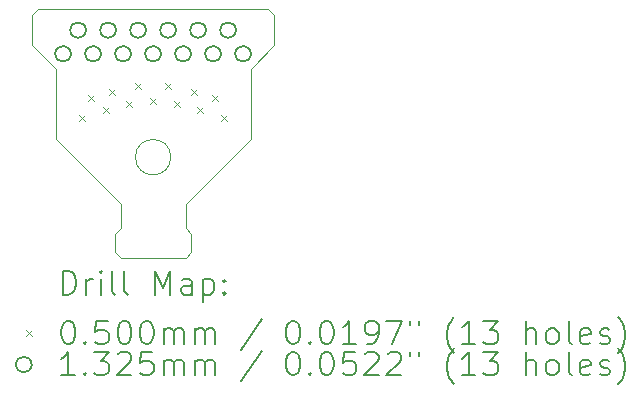
<source format=gbr>
%TF.GenerationSoftware,KiCad,Pcbnew,8.0.6*%
%TF.CreationDate,2025-07-11T16:26:12-05:00*%
%TF.ProjectId,PortFrontV1,506f7274-4672-46f6-9e74-56312e6b6963,rev?*%
%TF.SameCoordinates,Original*%
%TF.FileFunction,Drillmap*%
%TF.FilePolarity,Positive*%
%FSLAX45Y45*%
G04 Gerber Fmt 4.5, Leading zero omitted, Abs format (unit mm)*
G04 Created by KiCad (PCBNEW 8.0.6) date 2025-07-11 16:26:12*
%MOMM*%
%LPD*%
G01*
G04 APERTURE LIST*
%ADD10C,0.050000*%
%ADD11C,0.200000*%
%ADD12C,0.100000*%
%ADD13C,0.132500*%
G04 APERTURE END LIST*
D10*
X7725000Y-6250000D02*
G75*
G02*
X7425000Y-6250000I-150000J0D01*
G01*
X7425000Y-6250000D02*
G75*
G02*
X7725000Y-6250000I150000J0D01*
G01*
X8550000Y-5000000D02*
X6600000Y-5000000D01*
X7900000Y-7050000D02*
X7850000Y-7100000D01*
X8400000Y-6100000D02*
X7850000Y-6650000D01*
X7300000Y-6650000D02*
X7300000Y-6850000D01*
X6750000Y-6100000D02*
X7300000Y-6650000D01*
X7850000Y-6850000D02*
X7900000Y-6900000D01*
X7900000Y-6900000D02*
X7900000Y-7050000D01*
X6550000Y-5050000D02*
X6550000Y-5300000D01*
X7850000Y-6650000D02*
X7850000Y-6850000D01*
X8400000Y-5500000D02*
X8400000Y-6100000D01*
X7300000Y-7100000D02*
X7850000Y-7100000D01*
X6550000Y-5300000D02*
X6750000Y-5500000D01*
X7250000Y-7050000D02*
X7300000Y-7100000D01*
X8600000Y-5300000D02*
X8400000Y-5500000D01*
X8600000Y-5050000D02*
X8600000Y-5300000D01*
X8550000Y-5000000D02*
X8600000Y-5050000D01*
X6600000Y-5000000D02*
X6550000Y-5050000D01*
X6750000Y-5500000D02*
X6750000Y-6100000D01*
X7250000Y-6900000D02*
X7250000Y-7050000D01*
X7300000Y-6850000D02*
X7250000Y-6900000D01*
D11*
D12*
X6948664Y-5897440D02*
X6998664Y-5947440D01*
X6998664Y-5897440D02*
X6948664Y-5947440D01*
X7024453Y-5723593D02*
X7074453Y-5773593D01*
X7074453Y-5723593D02*
X7024453Y-5773593D01*
X7150000Y-5825000D02*
X7200000Y-5875000D01*
X7200000Y-5825000D02*
X7150000Y-5875000D01*
X7200000Y-5675000D02*
X7250000Y-5725000D01*
X7250000Y-5675000D02*
X7200000Y-5725000D01*
X7350000Y-5775000D02*
X7400000Y-5825000D01*
X7400000Y-5775000D02*
X7350000Y-5825000D01*
X7425000Y-5625000D02*
X7475000Y-5675000D01*
X7475000Y-5625000D02*
X7425000Y-5675000D01*
X7550000Y-5750000D02*
X7600000Y-5800000D01*
X7600000Y-5750000D02*
X7550000Y-5800000D01*
X7675000Y-5625000D02*
X7725000Y-5675000D01*
X7725000Y-5625000D02*
X7675000Y-5675000D01*
X7750000Y-5775000D02*
X7800000Y-5825000D01*
X7800000Y-5775000D02*
X7750000Y-5825000D01*
X7900000Y-5675000D02*
X7950000Y-5725000D01*
X7950000Y-5675000D02*
X7900000Y-5725000D01*
X7950000Y-5825000D02*
X8000000Y-5875000D01*
X8000000Y-5825000D02*
X7950000Y-5875000D01*
X8075547Y-5723593D02*
X8125547Y-5773593D01*
X8125547Y-5723593D02*
X8075547Y-5773593D01*
X8151336Y-5897440D02*
X8201336Y-5947440D01*
X8201336Y-5897440D02*
X8151336Y-5947440D01*
D13*
X6879250Y-5375000D02*
G75*
G02*
X6746750Y-5375000I-66250J0D01*
G01*
X6746750Y-5375000D02*
G75*
G02*
X6879250Y-5375000I66250J0D01*
G01*
X7006250Y-5175000D02*
G75*
G02*
X6873750Y-5175000I-66250J0D01*
G01*
X6873750Y-5175000D02*
G75*
G02*
X7006250Y-5175000I66250J0D01*
G01*
X7133250Y-5375000D02*
G75*
G02*
X7000750Y-5375000I-66250J0D01*
G01*
X7000750Y-5375000D02*
G75*
G02*
X7133250Y-5375000I66250J0D01*
G01*
X7260250Y-5175000D02*
G75*
G02*
X7127750Y-5175000I-66250J0D01*
G01*
X7127750Y-5175000D02*
G75*
G02*
X7260250Y-5175000I66250J0D01*
G01*
X7387250Y-5375000D02*
G75*
G02*
X7254750Y-5375000I-66250J0D01*
G01*
X7254750Y-5375000D02*
G75*
G02*
X7387250Y-5375000I66250J0D01*
G01*
X7514250Y-5175000D02*
G75*
G02*
X7381750Y-5175000I-66250J0D01*
G01*
X7381750Y-5175000D02*
G75*
G02*
X7514250Y-5175000I66250J0D01*
G01*
X7641250Y-5375000D02*
G75*
G02*
X7508750Y-5375000I-66250J0D01*
G01*
X7508750Y-5375000D02*
G75*
G02*
X7641250Y-5375000I66250J0D01*
G01*
X7768250Y-5175000D02*
G75*
G02*
X7635750Y-5175000I-66250J0D01*
G01*
X7635750Y-5175000D02*
G75*
G02*
X7768250Y-5175000I66250J0D01*
G01*
X7895250Y-5375000D02*
G75*
G02*
X7762750Y-5375000I-66250J0D01*
G01*
X7762750Y-5375000D02*
G75*
G02*
X7895250Y-5375000I66250J0D01*
G01*
X8022250Y-5175000D02*
G75*
G02*
X7889750Y-5175000I-66250J0D01*
G01*
X7889750Y-5175000D02*
G75*
G02*
X8022250Y-5175000I66250J0D01*
G01*
X8149250Y-5375000D02*
G75*
G02*
X8016750Y-5375000I-66250J0D01*
G01*
X8016750Y-5375000D02*
G75*
G02*
X8149250Y-5375000I66250J0D01*
G01*
X8276250Y-5175000D02*
G75*
G02*
X8143750Y-5175000I-66250J0D01*
G01*
X8143750Y-5175000D02*
G75*
G02*
X8276250Y-5175000I66250J0D01*
G01*
X8403250Y-5375000D02*
G75*
G02*
X8270750Y-5375000I-66250J0D01*
G01*
X8270750Y-5375000D02*
G75*
G02*
X8403250Y-5375000I66250J0D01*
G01*
D11*
X6808277Y-7413984D02*
X6808277Y-7213984D01*
X6808277Y-7213984D02*
X6855896Y-7213984D01*
X6855896Y-7213984D02*
X6884467Y-7223508D01*
X6884467Y-7223508D02*
X6903515Y-7242555D01*
X6903515Y-7242555D02*
X6913039Y-7261603D01*
X6913039Y-7261603D02*
X6922562Y-7299698D01*
X6922562Y-7299698D02*
X6922562Y-7328269D01*
X6922562Y-7328269D02*
X6913039Y-7366365D01*
X6913039Y-7366365D02*
X6903515Y-7385412D01*
X6903515Y-7385412D02*
X6884467Y-7404460D01*
X6884467Y-7404460D02*
X6855896Y-7413984D01*
X6855896Y-7413984D02*
X6808277Y-7413984D01*
X7008277Y-7413984D02*
X7008277Y-7280650D01*
X7008277Y-7318746D02*
X7017801Y-7299698D01*
X7017801Y-7299698D02*
X7027324Y-7290174D01*
X7027324Y-7290174D02*
X7046372Y-7280650D01*
X7046372Y-7280650D02*
X7065420Y-7280650D01*
X7132086Y-7413984D02*
X7132086Y-7280650D01*
X7132086Y-7213984D02*
X7122562Y-7223508D01*
X7122562Y-7223508D02*
X7132086Y-7233031D01*
X7132086Y-7233031D02*
X7141610Y-7223508D01*
X7141610Y-7223508D02*
X7132086Y-7213984D01*
X7132086Y-7213984D02*
X7132086Y-7233031D01*
X7255896Y-7413984D02*
X7236848Y-7404460D01*
X7236848Y-7404460D02*
X7227324Y-7385412D01*
X7227324Y-7385412D02*
X7227324Y-7213984D01*
X7360658Y-7413984D02*
X7341610Y-7404460D01*
X7341610Y-7404460D02*
X7332086Y-7385412D01*
X7332086Y-7385412D02*
X7332086Y-7213984D01*
X7589229Y-7413984D02*
X7589229Y-7213984D01*
X7589229Y-7213984D02*
X7655896Y-7356841D01*
X7655896Y-7356841D02*
X7722562Y-7213984D01*
X7722562Y-7213984D02*
X7722562Y-7413984D01*
X7903515Y-7413984D02*
X7903515Y-7309222D01*
X7903515Y-7309222D02*
X7893991Y-7290174D01*
X7893991Y-7290174D02*
X7874943Y-7280650D01*
X7874943Y-7280650D02*
X7836848Y-7280650D01*
X7836848Y-7280650D02*
X7817801Y-7290174D01*
X7903515Y-7404460D02*
X7884467Y-7413984D01*
X7884467Y-7413984D02*
X7836848Y-7413984D01*
X7836848Y-7413984D02*
X7817801Y-7404460D01*
X7817801Y-7404460D02*
X7808277Y-7385412D01*
X7808277Y-7385412D02*
X7808277Y-7366365D01*
X7808277Y-7366365D02*
X7817801Y-7347317D01*
X7817801Y-7347317D02*
X7836848Y-7337793D01*
X7836848Y-7337793D02*
X7884467Y-7337793D01*
X7884467Y-7337793D02*
X7903515Y-7328269D01*
X7998753Y-7280650D02*
X7998753Y-7480650D01*
X7998753Y-7290174D02*
X8017801Y-7280650D01*
X8017801Y-7280650D02*
X8055896Y-7280650D01*
X8055896Y-7280650D02*
X8074943Y-7290174D01*
X8074943Y-7290174D02*
X8084467Y-7299698D01*
X8084467Y-7299698D02*
X8093991Y-7318746D01*
X8093991Y-7318746D02*
X8093991Y-7375888D01*
X8093991Y-7375888D02*
X8084467Y-7394936D01*
X8084467Y-7394936D02*
X8074943Y-7404460D01*
X8074943Y-7404460D02*
X8055896Y-7413984D01*
X8055896Y-7413984D02*
X8017801Y-7413984D01*
X8017801Y-7413984D02*
X7998753Y-7404460D01*
X8179705Y-7394936D02*
X8189229Y-7404460D01*
X8189229Y-7404460D02*
X8179705Y-7413984D01*
X8179705Y-7413984D02*
X8170182Y-7404460D01*
X8170182Y-7404460D02*
X8179705Y-7394936D01*
X8179705Y-7394936D02*
X8179705Y-7413984D01*
X8179705Y-7290174D02*
X8189229Y-7299698D01*
X8189229Y-7299698D02*
X8179705Y-7309222D01*
X8179705Y-7309222D02*
X8170182Y-7299698D01*
X8170182Y-7299698D02*
X8179705Y-7290174D01*
X8179705Y-7290174D02*
X8179705Y-7309222D01*
D12*
X6497500Y-7717500D02*
X6547500Y-7767500D01*
X6547500Y-7717500D02*
X6497500Y-7767500D01*
D11*
X6846372Y-7633984D02*
X6865420Y-7633984D01*
X6865420Y-7633984D02*
X6884467Y-7643508D01*
X6884467Y-7643508D02*
X6893991Y-7653031D01*
X6893991Y-7653031D02*
X6903515Y-7672079D01*
X6903515Y-7672079D02*
X6913039Y-7710174D01*
X6913039Y-7710174D02*
X6913039Y-7757793D01*
X6913039Y-7757793D02*
X6903515Y-7795888D01*
X6903515Y-7795888D02*
X6893991Y-7814936D01*
X6893991Y-7814936D02*
X6884467Y-7824460D01*
X6884467Y-7824460D02*
X6865420Y-7833984D01*
X6865420Y-7833984D02*
X6846372Y-7833984D01*
X6846372Y-7833984D02*
X6827324Y-7824460D01*
X6827324Y-7824460D02*
X6817801Y-7814936D01*
X6817801Y-7814936D02*
X6808277Y-7795888D01*
X6808277Y-7795888D02*
X6798753Y-7757793D01*
X6798753Y-7757793D02*
X6798753Y-7710174D01*
X6798753Y-7710174D02*
X6808277Y-7672079D01*
X6808277Y-7672079D02*
X6817801Y-7653031D01*
X6817801Y-7653031D02*
X6827324Y-7643508D01*
X6827324Y-7643508D02*
X6846372Y-7633984D01*
X6998753Y-7814936D02*
X7008277Y-7824460D01*
X7008277Y-7824460D02*
X6998753Y-7833984D01*
X6998753Y-7833984D02*
X6989229Y-7824460D01*
X6989229Y-7824460D02*
X6998753Y-7814936D01*
X6998753Y-7814936D02*
X6998753Y-7833984D01*
X7189229Y-7633984D02*
X7093991Y-7633984D01*
X7093991Y-7633984D02*
X7084467Y-7729222D01*
X7084467Y-7729222D02*
X7093991Y-7719698D01*
X7093991Y-7719698D02*
X7113039Y-7710174D01*
X7113039Y-7710174D02*
X7160658Y-7710174D01*
X7160658Y-7710174D02*
X7179705Y-7719698D01*
X7179705Y-7719698D02*
X7189229Y-7729222D01*
X7189229Y-7729222D02*
X7198753Y-7748269D01*
X7198753Y-7748269D02*
X7198753Y-7795888D01*
X7198753Y-7795888D02*
X7189229Y-7814936D01*
X7189229Y-7814936D02*
X7179705Y-7824460D01*
X7179705Y-7824460D02*
X7160658Y-7833984D01*
X7160658Y-7833984D02*
X7113039Y-7833984D01*
X7113039Y-7833984D02*
X7093991Y-7824460D01*
X7093991Y-7824460D02*
X7084467Y-7814936D01*
X7322562Y-7633984D02*
X7341610Y-7633984D01*
X7341610Y-7633984D02*
X7360658Y-7643508D01*
X7360658Y-7643508D02*
X7370182Y-7653031D01*
X7370182Y-7653031D02*
X7379705Y-7672079D01*
X7379705Y-7672079D02*
X7389229Y-7710174D01*
X7389229Y-7710174D02*
X7389229Y-7757793D01*
X7389229Y-7757793D02*
X7379705Y-7795888D01*
X7379705Y-7795888D02*
X7370182Y-7814936D01*
X7370182Y-7814936D02*
X7360658Y-7824460D01*
X7360658Y-7824460D02*
X7341610Y-7833984D01*
X7341610Y-7833984D02*
X7322562Y-7833984D01*
X7322562Y-7833984D02*
X7303515Y-7824460D01*
X7303515Y-7824460D02*
X7293991Y-7814936D01*
X7293991Y-7814936D02*
X7284467Y-7795888D01*
X7284467Y-7795888D02*
X7274943Y-7757793D01*
X7274943Y-7757793D02*
X7274943Y-7710174D01*
X7274943Y-7710174D02*
X7284467Y-7672079D01*
X7284467Y-7672079D02*
X7293991Y-7653031D01*
X7293991Y-7653031D02*
X7303515Y-7643508D01*
X7303515Y-7643508D02*
X7322562Y-7633984D01*
X7513039Y-7633984D02*
X7532086Y-7633984D01*
X7532086Y-7633984D02*
X7551134Y-7643508D01*
X7551134Y-7643508D02*
X7560658Y-7653031D01*
X7560658Y-7653031D02*
X7570182Y-7672079D01*
X7570182Y-7672079D02*
X7579705Y-7710174D01*
X7579705Y-7710174D02*
X7579705Y-7757793D01*
X7579705Y-7757793D02*
X7570182Y-7795888D01*
X7570182Y-7795888D02*
X7560658Y-7814936D01*
X7560658Y-7814936D02*
X7551134Y-7824460D01*
X7551134Y-7824460D02*
X7532086Y-7833984D01*
X7532086Y-7833984D02*
X7513039Y-7833984D01*
X7513039Y-7833984D02*
X7493991Y-7824460D01*
X7493991Y-7824460D02*
X7484467Y-7814936D01*
X7484467Y-7814936D02*
X7474943Y-7795888D01*
X7474943Y-7795888D02*
X7465420Y-7757793D01*
X7465420Y-7757793D02*
X7465420Y-7710174D01*
X7465420Y-7710174D02*
X7474943Y-7672079D01*
X7474943Y-7672079D02*
X7484467Y-7653031D01*
X7484467Y-7653031D02*
X7493991Y-7643508D01*
X7493991Y-7643508D02*
X7513039Y-7633984D01*
X7665420Y-7833984D02*
X7665420Y-7700650D01*
X7665420Y-7719698D02*
X7674943Y-7710174D01*
X7674943Y-7710174D02*
X7693991Y-7700650D01*
X7693991Y-7700650D02*
X7722563Y-7700650D01*
X7722563Y-7700650D02*
X7741610Y-7710174D01*
X7741610Y-7710174D02*
X7751134Y-7729222D01*
X7751134Y-7729222D02*
X7751134Y-7833984D01*
X7751134Y-7729222D02*
X7760658Y-7710174D01*
X7760658Y-7710174D02*
X7779705Y-7700650D01*
X7779705Y-7700650D02*
X7808277Y-7700650D01*
X7808277Y-7700650D02*
X7827324Y-7710174D01*
X7827324Y-7710174D02*
X7836848Y-7729222D01*
X7836848Y-7729222D02*
X7836848Y-7833984D01*
X7932086Y-7833984D02*
X7932086Y-7700650D01*
X7932086Y-7719698D02*
X7941610Y-7710174D01*
X7941610Y-7710174D02*
X7960658Y-7700650D01*
X7960658Y-7700650D02*
X7989229Y-7700650D01*
X7989229Y-7700650D02*
X8008277Y-7710174D01*
X8008277Y-7710174D02*
X8017801Y-7729222D01*
X8017801Y-7729222D02*
X8017801Y-7833984D01*
X8017801Y-7729222D02*
X8027324Y-7710174D01*
X8027324Y-7710174D02*
X8046372Y-7700650D01*
X8046372Y-7700650D02*
X8074943Y-7700650D01*
X8074943Y-7700650D02*
X8093991Y-7710174D01*
X8093991Y-7710174D02*
X8103515Y-7729222D01*
X8103515Y-7729222D02*
X8103515Y-7833984D01*
X8493991Y-7624460D02*
X8322563Y-7881603D01*
X8751134Y-7633984D02*
X8770182Y-7633984D01*
X8770182Y-7633984D02*
X8789229Y-7643508D01*
X8789229Y-7643508D02*
X8798753Y-7653031D01*
X8798753Y-7653031D02*
X8808277Y-7672079D01*
X8808277Y-7672079D02*
X8817801Y-7710174D01*
X8817801Y-7710174D02*
X8817801Y-7757793D01*
X8817801Y-7757793D02*
X8808277Y-7795888D01*
X8808277Y-7795888D02*
X8798753Y-7814936D01*
X8798753Y-7814936D02*
X8789229Y-7824460D01*
X8789229Y-7824460D02*
X8770182Y-7833984D01*
X8770182Y-7833984D02*
X8751134Y-7833984D01*
X8751134Y-7833984D02*
X8732087Y-7824460D01*
X8732087Y-7824460D02*
X8722563Y-7814936D01*
X8722563Y-7814936D02*
X8713039Y-7795888D01*
X8713039Y-7795888D02*
X8703515Y-7757793D01*
X8703515Y-7757793D02*
X8703515Y-7710174D01*
X8703515Y-7710174D02*
X8713039Y-7672079D01*
X8713039Y-7672079D02*
X8722563Y-7653031D01*
X8722563Y-7653031D02*
X8732087Y-7643508D01*
X8732087Y-7643508D02*
X8751134Y-7633984D01*
X8903515Y-7814936D02*
X8913039Y-7824460D01*
X8913039Y-7824460D02*
X8903515Y-7833984D01*
X8903515Y-7833984D02*
X8893991Y-7824460D01*
X8893991Y-7824460D02*
X8903515Y-7814936D01*
X8903515Y-7814936D02*
X8903515Y-7833984D01*
X9036848Y-7633984D02*
X9055896Y-7633984D01*
X9055896Y-7633984D02*
X9074944Y-7643508D01*
X9074944Y-7643508D02*
X9084468Y-7653031D01*
X9084468Y-7653031D02*
X9093991Y-7672079D01*
X9093991Y-7672079D02*
X9103515Y-7710174D01*
X9103515Y-7710174D02*
X9103515Y-7757793D01*
X9103515Y-7757793D02*
X9093991Y-7795888D01*
X9093991Y-7795888D02*
X9084468Y-7814936D01*
X9084468Y-7814936D02*
X9074944Y-7824460D01*
X9074944Y-7824460D02*
X9055896Y-7833984D01*
X9055896Y-7833984D02*
X9036848Y-7833984D01*
X9036848Y-7833984D02*
X9017801Y-7824460D01*
X9017801Y-7824460D02*
X9008277Y-7814936D01*
X9008277Y-7814936D02*
X8998753Y-7795888D01*
X8998753Y-7795888D02*
X8989229Y-7757793D01*
X8989229Y-7757793D02*
X8989229Y-7710174D01*
X8989229Y-7710174D02*
X8998753Y-7672079D01*
X8998753Y-7672079D02*
X9008277Y-7653031D01*
X9008277Y-7653031D02*
X9017801Y-7643508D01*
X9017801Y-7643508D02*
X9036848Y-7633984D01*
X9293991Y-7833984D02*
X9179706Y-7833984D01*
X9236848Y-7833984D02*
X9236848Y-7633984D01*
X9236848Y-7633984D02*
X9217801Y-7662555D01*
X9217801Y-7662555D02*
X9198753Y-7681603D01*
X9198753Y-7681603D02*
X9179706Y-7691127D01*
X9389229Y-7833984D02*
X9427325Y-7833984D01*
X9427325Y-7833984D02*
X9446372Y-7824460D01*
X9446372Y-7824460D02*
X9455896Y-7814936D01*
X9455896Y-7814936D02*
X9474944Y-7786365D01*
X9474944Y-7786365D02*
X9484468Y-7748269D01*
X9484468Y-7748269D02*
X9484468Y-7672079D01*
X9484468Y-7672079D02*
X9474944Y-7653031D01*
X9474944Y-7653031D02*
X9465420Y-7643508D01*
X9465420Y-7643508D02*
X9446372Y-7633984D01*
X9446372Y-7633984D02*
X9408277Y-7633984D01*
X9408277Y-7633984D02*
X9389229Y-7643508D01*
X9389229Y-7643508D02*
X9379706Y-7653031D01*
X9379706Y-7653031D02*
X9370182Y-7672079D01*
X9370182Y-7672079D02*
X9370182Y-7719698D01*
X9370182Y-7719698D02*
X9379706Y-7738746D01*
X9379706Y-7738746D02*
X9389229Y-7748269D01*
X9389229Y-7748269D02*
X9408277Y-7757793D01*
X9408277Y-7757793D02*
X9446372Y-7757793D01*
X9446372Y-7757793D02*
X9465420Y-7748269D01*
X9465420Y-7748269D02*
X9474944Y-7738746D01*
X9474944Y-7738746D02*
X9484468Y-7719698D01*
X9551134Y-7633984D02*
X9684468Y-7633984D01*
X9684468Y-7633984D02*
X9598753Y-7833984D01*
X9751134Y-7633984D02*
X9751134Y-7672079D01*
X9827325Y-7633984D02*
X9827325Y-7672079D01*
X10122563Y-7910174D02*
X10113039Y-7900650D01*
X10113039Y-7900650D02*
X10093991Y-7872079D01*
X10093991Y-7872079D02*
X10084468Y-7853031D01*
X10084468Y-7853031D02*
X10074944Y-7824460D01*
X10074944Y-7824460D02*
X10065420Y-7776841D01*
X10065420Y-7776841D02*
X10065420Y-7738746D01*
X10065420Y-7738746D02*
X10074944Y-7691127D01*
X10074944Y-7691127D02*
X10084468Y-7662555D01*
X10084468Y-7662555D02*
X10093991Y-7643508D01*
X10093991Y-7643508D02*
X10113039Y-7614936D01*
X10113039Y-7614936D02*
X10122563Y-7605412D01*
X10303515Y-7833984D02*
X10189230Y-7833984D01*
X10246372Y-7833984D02*
X10246372Y-7633984D01*
X10246372Y-7633984D02*
X10227325Y-7662555D01*
X10227325Y-7662555D02*
X10208277Y-7681603D01*
X10208277Y-7681603D02*
X10189230Y-7691127D01*
X10370182Y-7633984D02*
X10493991Y-7633984D01*
X10493991Y-7633984D02*
X10427325Y-7710174D01*
X10427325Y-7710174D02*
X10455896Y-7710174D01*
X10455896Y-7710174D02*
X10474944Y-7719698D01*
X10474944Y-7719698D02*
X10484468Y-7729222D01*
X10484468Y-7729222D02*
X10493991Y-7748269D01*
X10493991Y-7748269D02*
X10493991Y-7795888D01*
X10493991Y-7795888D02*
X10484468Y-7814936D01*
X10484468Y-7814936D02*
X10474944Y-7824460D01*
X10474944Y-7824460D02*
X10455896Y-7833984D01*
X10455896Y-7833984D02*
X10398753Y-7833984D01*
X10398753Y-7833984D02*
X10379706Y-7824460D01*
X10379706Y-7824460D02*
X10370182Y-7814936D01*
X10732087Y-7833984D02*
X10732087Y-7633984D01*
X10817801Y-7833984D02*
X10817801Y-7729222D01*
X10817801Y-7729222D02*
X10808277Y-7710174D01*
X10808277Y-7710174D02*
X10789230Y-7700650D01*
X10789230Y-7700650D02*
X10760658Y-7700650D01*
X10760658Y-7700650D02*
X10741611Y-7710174D01*
X10741611Y-7710174D02*
X10732087Y-7719698D01*
X10941611Y-7833984D02*
X10922563Y-7824460D01*
X10922563Y-7824460D02*
X10913039Y-7814936D01*
X10913039Y-7814936D02*
X10903515Y-7795888D01*
X10903515Y-7795888D02*
X10903515Y-7738746D01*
X10903515Y-7738746D02*
X10913039Y-7719698D01*
X10913039Y-7719698D02*
X10922563Y-7710174D01*
X10922563Y-7710174D02*
X10941611Y-7700650D01*
X10941611Y-7700650D02*
X10970182Y-7700650D01*
X10970182Y-7700650D02*
X10989230Y-7710174D01*
X10989230Y-7710174D02*
X10998753Y-7719698D01*
X10998753Y-7719698D02*
X11008277Y-7738746D01*
X11008277Y-7738746D02*
X11008277Y-7795888D01*
X11008277Y-7795888D02*
X10998753Y-7814936D01*
X10998753Y-7814936D02*
X10989230Y-7824460D01*
X10989230Y-7824460D02*
X10970182Y-7833984D01*
X10970182Y-7833984D02*
X10941611Y-7833984D01*
X11122563Y-7833984D02*
X11103515Y-7824460D01*
X11103515Y-7824460D02*
X11093992Y-7805412D01*
X11093992Y-7805412D02*
X11093992Y-7633984D01*
X11274944Y-7824460D02*
X11255896Y-7833984D01*
X11255896Y-7833984D02*
X11217801Y-7833984D01*
X11217801Y-7833984D02*
X11198753Y-7824460D01*
X11198753Y-7824460D02*
X11189230Y-7805412D01*
X11189230Y-7805412D02*
X11189230Y-7729222D01*
X11189230Y-7729222D02*
X11198753Y-7710174D01*
X11198753Y-7710174D02*
X11217801Y-7700650D01*
X11217801Y-7700650D02*
X11255896Y-7700650D01*
X11255896Y-7700650D02*
X11274944Y-7710174D01*
X11274944Y-7710174D02*
X11284468Y-7729222D01*
X11284468Y-7729222D02*
X11284468Y-7748269D01*
X11284468Y-7748269D02*
X11189230Y-7767317D01*
X11360658Y-7824460D02*
X11379706Y-7833984D01*
X11379706Y-7833984D02*
X11417801Y-7833984D01*
X11417801Y-7833984D02*
X11436849Y-7824460D01*
X11436849Y-7824460D02*
X11446372Y-7805412D01*
X11446372Y-7805412D02*
X11446372Y-7795888D01*
X11446372Y-7795888D02*
X11436849Y-7776841D01*
X11436849Y-7776841D02*
X11417801Y-7767317D01*
X11417801Y-7767317D02*
X11389230Y-7767317D01*
X11389230Y-7767317D02*
X11370182Y-7757793D01*
X11370182Y-7757793D02*
X11360658Y-7738746D01*
X11360658Y-7738746D02*
X11360658Y-7729222D01*
X11360658Y-7729222D02*
X11370182Y-7710174D01*
X11370182Y-7710174D02*
X11389230Y-7700650D01*
X11389230Y-7700650D02*
X11417801Y-7700650D01*
X11417801Y-7700650D02*
X11436849Y-7710174D01*
X11513039Y-7910174D02*
X11522563Y-7900650D01*
X11522563Y-7900650D02*
X11541611Y-7872079D01*
X11541611Y-7872079D02*
X11551134Y-7853031D01*
X11551134Y-7853031D02*
X11560658Y-7824460D01*
X11560658Y-7824460D02*
X11570182Y-7776841D01*
X11570182Y-7776841D02*
X11570182Y-7738746D01*
X11570182Y-7738746D02*
X11560658Y-7691127D01*
X11560658Y-7691127D02*
X11551134Y-7662555D01*
X11551134Y-7662555D02*
X11541611Y-7643508D01*
X11541611Y-7643508D02*
X11522563Y-7614936D01*
X11522563Y-7614936D02*
X11513039Y-7605412D01*
D13*
X6547500Y-8006500D02*
G75*
G02*
X6415000Y-8006500I-66250J0D01*
G01*
X6415000Y-8006500D02*
G75*
G02*
X6547500Y-8006500I66250J0D01*
G01*
D11*
X6913039Y-8097984D02*
X6798753Y-8097984D01*
X6855896Y-8097984D02*
X6855896Y-7897984D01*
X6855896Y-7897984D02*
X6836848Y-7926555D01*
X6836848Y-7926555D02*
X6817801Y-7945603D01*
X6817801Y-7945603D02*
X6798753Y-7955127D01*
X6998753Y-8078936D02*
X7008277Y-8088460D01*
X7008277Y-8088460D02*
X6998753Y-8097984D01*
X6998753Y-8097984D02*
X6989229Y-8088460D01*
X6989229Y-8088460D02*
X6998753Y-8078936D01*
X6998753Y-8078936D02*
X6998753Y-8097984D01*
X7074943Y-7897984D02*
X7198753Y-7897984D01*
X7198753Y-7897984D02*
X7132086Y-7974174D01*
X7132086Y-7974174D02*
X7160658Y-7974174D01*
X7160658Y-7974174D02*
X7179705Y-7983698D01*
X7179705Y-7983698D02*
X7189229Y-7993222D01*
X7189229Y-7993222D02*
X7198753Y-8012269D01*
X7198753Y-8012269D02*
X7198753Y-8059888D01*
X7198753Y-8059888D02*
X7189229Y-8078936D01*
X7189229Y-8078936D02*
X7179705Y-8088460D01*
X7179705Y-8088460D02*
X7160658Y-8097984D01*
X7160658Y-8097984D02*
X7103515Y-8097984D01*
X7103515Y-8097984D02*
X7084467Y-8088460D01*
X7084467Y-8088460D02*
X7074943Y-8078936D01*
X7274943Y-7917031D02*
X7284467Y-7907508D01*
X7284467Y-7907508D02*
X7303515Y-7897984D01*
X7303515Y-7897984D02*
X7351134Y-7897984D01*
X7351134Y-7897984D02*
X7370182Y-7907508D01*
X7370182Y-7907508D02*
X7379705Y-7917031D01*
X7379705Y-7917031D02*
X7389229Y-7936079D01*
X7389229Y-7936079D02*
X7389229Y-7955127D01*
X7389229Y-7955127D02*
X7379705Y-7983698D01*
X7379705Y-7983698D02*
X7265420Y-8097984D01*
X7265420Y-8097984D02*
X7389229Y-8097984D01*
X7570182Y-7897984D02*
X7474943Y-7897984D01*
X7474943Y-7897984D02*
X7465420Y-7993222D01*
X7465420Y-7993222D02*
X7474943Y-7983698D01*
X7474943Y-7983698D02*
X7493991Y-7974174D01*
X7493991Y-7974174D02*
X7541610Y-7974174D01*
X7541610Y-7974174D02*
X7560658Y-7983698D01*
X7560658Y-7983698D02*
X7570182Y-7993222D01*
X7570182Y-7993222D02*
X7579705Y-8012269D01*
X7579705Y-8012269D02*
X7579705Y-8059888D01*
X7579705Y-8059888D02*
X7570182Y-8078936D01*
X7570182Y-8078936D02*
X7560658Y-8088460D01*
X7560658Y-8088460D02*
X7541610Y-8097984D01*
X7541610Y-8097984D02*
X7493991Y-8097984D01*
X7493991Y-8097984D02*
X7474943Y-8088460D01*
X7474943Y-8088460D02*
X7465420Y-8078936D01*
X7665420Y-8097984D02*
X7665420Y-7964650D01*
X7665420Y-7983698D02*
X7674943Y-7974174D01*
X7674943Y-7974174D02*
X7693991Y-7964650D01*
X7693991Y-7964650D02*
X7722563Y-7964650D01*
X7722563Y-7964650D02*
X7741610Y-7974174D01*
X7741610Y-7974174D02*
X7751134Y-7993222D01*
X7751134Y-7993222D02*
X7751134Y-8097984D01*
X7751134Y-7993222D02*
X7760658Y-7974174D01*
X7760658Y-7974174D02*
X7779705Y-7964650D01*
X7779705Y-7964650D02*
X7808277Y-7964650D01*
X7808277Y-7964650D02*
X7827324Y-7974174D01*
X7827324Y-7974174D02*
X7836848Y-7993222D01*
X7836848Y-7993222D02*
X7836848Y-8097984D01*
X7932086Y-8097984D02*
X7932086Y-7964650D01*
X7932086Y-7983698D02*
X7941610Y-7974174D01*
X7941610Y-7974174D02*
X7960658Y-7964650D01*
X7960658Y-7964650D02*
X7989229Y-7964650D01*
X7989229Y-7964650D02*
X8008277Y-7974174D01*
X8008277Y-7974174D02*
X8017801Y-7993222D01*
X8017801Y-7993222D02*
X8017801Y-8097984D01*
X8017801Y-7993222D02*
X8027324Y-7974174D01*
X8027324Y-7974174D02*
X8046372Y-7964650D01*
X8046372Y-7964650D02*
X8074943Y-7964650D01*
X8074943Y-7964650D02*
X8093991Y-7974174D01*
X8093991Y-7974174D02*
X8103515Y-7993222D01*
X8103515Y-7993222D02*
X8103515Y-8097984D01*
X8493991Y-7888460D02*
X8322563Y-8145603D01*
X8751134Y-7897984D02*
X8770182Y-7897984D01*
X8770182Y-7897984D02*
X8789229Y-7907508D01*
X8789229Y-7907508D02*
X8798753Y-7917031D01*
X8798753Y-7917031D02*
X8808277Y-7936079D01*
X8808277Y-7936079D02*
X8817801Y-7974174D01*
X8817801Y-7974174D02*
X8817801Y-8021793D01*
X8817801Y-8021793D02*
X8808277Y-8059888D01*
X8808277Y-8059888D02*
X8798753Y-8078936D01*
X8798753Y-8078936D02*
X8789229Y-8088460D01*
X8789229Y-8088460D02*
X8770182Y-8097984D01*
X8770182Y-8097984D02*
X8751134Y-8097984D01*
X8751134Y-8097984D02*
X8732087Y-8088460D01*
X8732087Y-8088460D02*
X8722563Y-8078936D01*
X8722563Y-8078936D02*
X8713039Y-8059888D01*
X8713039Y-8059888D02*
X8703515Y-8021793D01*
X8703515Y-8021793D02*
X8703515Y-7974174D01*
X8703515Y-7974174D02*
X8713039Y-7936079D01*
X8713039Y-7936079D02*
X8722563Y-7917031D01*
X8722563Y-7917031D02*
X8732087Y-7907508D01*
X8732087Y-7907508D02*
X8751134Y-7897984D01*
X8903515Y-8078936D02*
X8913039Y-8088460D01*
X8913039Y-8088460D02*
X8903515Y-8097984D01*
X8903515Y-8097984D02*
X8893991Y-8088460D01*
X8893991Y-8088460D02*
X8903515Y-8078936D01*
X8903515Y-8078936D02*
X8903515Y-8097984D01*
X9036848Y-7897984D02*
X9055896Y-7897984D01*
X9055896Y-7897984D02*
X9074944Y-7907508D01*
X9074944Y-7907508D02*
X9084468Y-7917031D01*
X9084468Y-7917031D02*
X9093991Y-7936079D01*
X9093991Y-7936079D02*
X9103515Y-7974174D01*
X9103515Y-7974174D02*
X9103515Y-8021793D01*
X9103515Y-8021793D02*
X9093991Y-8059888D01*
X9093991Y-8059888D02*
X9084468Y-8078936D01*
X9084468Y-8078936D02*
X9074944Y-8088460D01*
X9074944Y-8088460D02*
X9055896Y-8097984D01*
X9055896Y-8097984D02*
X9036848Y-8097984D01*
X9036848Y-8097984D02*
X9017801Y-8088460D01*
X9017801Y-8088460D02*
X9008277Y-8078936D01*
X9008277Y-8078936D02*
X8998753Y-8059888D01*
X8998753Y-8059888D02*
X8989229Y-8021793D01*
X8989229Y-8021793D02*
X8989229Y-7974174D01*
X8989229Y-7974174D02*
X8998753Y-7936079D01*
X8998753Y-7936079D02*
X9008277Y-7917031D01*
X9008277Y-7917031D02*
X9017801Y-7907508D01*
X9017801Y-7907508D02*
X9036848Y-7897984D01*
X9284468Y-7897984D02*
X9189229Y-7897984D01*
X9189229Y-7897984D02*
X9179706Y-7993222D01*
X9179706Y-7993222D02*
X9189229Y-7983698D01*
X9189229Y-7983698D02*
X9208277Y-7974174D01*
X9208277Y-7974174D02*
X9255896Y-7974174D01*
X9255896Y-7974174D02*
X9274944Y-7983698D01*
X9274944Y-7983698D02*
X9284468Y-7993222D01*
X9284468Y-7993222D02*
X9293991Y-8012269D01*
X9293991Y-8012269D02*
X9293991Y-8059888D01*
X9293991Y-8059888D02*
X9284468Y-8078936D01*
X9284468Y-8078936D02*
X9274944Y-8088460D01*
X9274944Y-8088460D02*
X9255896Y-8097984D01*
X9255896Y-8097984D02*
X9208277Y-8097984D01*
X9208277Y-8097984D02*
X9189229Y-8088460D01*
X9189229Y-8088460D02*
X9179706Y-8078936D01*
X9370182Y-7917031D02*
X9379706Y-7907508D01*
X9379706Y-7907508D02*
X9398753Y-7897984D01*
X9398753Y-7897984D02*
X9446372Y-7897984D01*
X9446372Y-7897984D02*
X9465420Y-7907508D01*
X9465420Y-7907508D02*
X9474944Y-7917031D01*
X9474944Y-7917031D02*
X9484468Y-7936079D01*
X9484468Y-7936079D02*
X9484468Y-7955127D01*
X9484468Y-7955127D02*
X9474944Y-7983698D01*
X9474944Y-7983698D02*
X9360658Y-8097984D01*
X9360658Y-8097984D02*
X9484468Y-8097984D01*
X9560658Y-7917031D02*
X9570182Y-7907508D01*
X9570182Y-7907508D02*
X9589229Y-7897984D01*
X9589229Y-7897984D02*
X9636849Y-7897984D01*
X9636849Y-7897984D02*
X9655896Y-7907508D01*
X9655896Y-7907508D02*
X9665420Y-7917031D01*
X9665420Y-7917031D02*
X9674944Y-7936079D01*
X9674944Y-7936079D02*
X9674944Y-7955127D01*
X9674944Y-7955127D02*
X9665420Y-7983698D01*
X9665420Y-7983698D02*
X9551134Y-8097984D01*
X9551134Y-8097984D02*
X9674944Y-8097984D01*
X9751134Y-7897984D02*
X9751134Y-7936079D01*
X9827325Y-7897984D02*
X9827325Y-7936079D01*
X10122563Y-8174174D02*
X10113039Y-8164650D01*
X10113039Y-8164650D02*
X10093991Y-8136079D01*
X10093991Y-8136079D02*
X10084468Y-8117031D01*
X10084468Y-8117031D02*
X10074944Y-8088460D01*
X10074944Y-8088460D02*
X10065420Y-8040841D01*
X10065420Y-8040841D02*
X10065420Y-8002746D01*
X10065420Y-8002746D02*
X10074944Y-7955127D01*
X10074944Y-7955127D02*
X10084468Y-7926555D01*
X10084468Y-7926555D02*
X10093991Y-7907508D01*
X10093991Y-7907508D02*
X10113039Y-7878936D01*
X10113039Y-7878936D02*
X10122563Y-7869412D01*
X10303515Y-8097984D02*
X10189230Y-8097984D01*
X10246372Y-8097984D02*
X10246372Y-7897984D01*
X10246372Y-7897984D02*
X10227325Y-7926555D01*
X10227325Y-7926555D02*
X10208277Y-7945603D01*
X10208277Y-7945603D02*
X10189230Y-7955127D01*
X10370182Y-7897984D02*
X10493991Y-7897984D01*
X10493991Y-7897984D02*
X10427325Y-7974174D01*
X10427325Y-7974174D02*
X10455896Y-7974174D01*
X10455896Y-7974174D02*
X10474944Y-7983698D01*
X10474944Y-7983698D02*
X10484468Y-7993222D01*
X10484468Y-7993222D02*
X10493991Y-8012269D01*
X10493991Y-8012269D02*
X10493991Y-8059888D01*
X10493991Y-8059888D02*
X10484468Y-8078936D01*
X10484468Y-8078936D02*
X10474944Y-8088460D01*
X10474944Y-8088460D02*
X10455896Y-8097984D01*
X10455896Y-8097984D02*
X10398753Y-8097984D01*
X10398753Y-8097984D02*
X10379706Y-8088460D01*
X10379706Y-8088460D02*
X10370182Y-8078936D01*
X10732087Y-8097984D02*
X10732087Y-7897984D01*
X10817801Y-8097984D02*
X10817801Y-7993222D01*
X10817801Y-7993222D02*
X10808277Y-7974174D01*
X10808277Y-7974174D02*
X10789230Y-7964650D01*
X10789230Y-7964650D02*
X10760658Y-7964650D01*
X10760658Y-7964650D02*
X10741611Y-7974174D01*
X10741611Y-7974174D02*
X10732087Y-7983698D01*
X10941611Y-8097984D02*
X10922563Y-8088460D01*
X10922563Y-8088460D02*
X10913039Y-8078936D01*
X10913039Y-8078936D02*
X10903515Y-8059888D01*
X10903515Y-8059888D02*
X10903515Y-8002746D01*
X10903515Y-8002746D02*
X10913039Y-7983698D01*
X10913039Y-7983698D02*
X10922563Y-7974174D01*
X10922563Y-7974174D02*
X10941611Y-7964650D01*
X10941611Y-7964650D02*
X10970182Y-7964650D01*
X10970182Y-7964650D02*
X10989230Y-7974174D01*
X10989230Y-7974174D02*
X10998753Y-7983698D01*
X10998753Y-7983698D02*
X11008277Y-8002746D01*
X11008277Y-8002746D02*
X11008277Y-8059888D01*
X11008277Y-8059888D02*
X10998753Y-8078936D01*
X10998753Y-8078936D02*
X10989230Y-8088460D01*
X10989230Y-8088460D02*
X10970182Y-8097984D01*
X10970182Y-8097984D02*
X10941611Y-8097984D01*
X11122563Y-8097984D02*
X11103515Y-8088460D01*
X11103515Y-8088460D02*
X11093992Y-8069412D01*
X11093992Y-8069412D02*
X11093992Y-7897984D01*
X11274944Y-8088460D02*
X11255896Y-8097984D01*
X11255896Y-8097984D02*
X11217801Y-8097984D01*
X11217801Y-8097984D02*
X11198753Y-8088460D01*
X11198753Y-8088460D02*
X11189230Y-8069412D01*
X11189230Y-8069412D02*
X11189230Y-7993222D01*
X11189230Y-7993222D02*
X11198753Y-7974174D01*
X11198753Y-7974174D02*
X11217801Y-7964650D01*
X11217801Y-7964650D02*
X11255896Y-7964650D01*
X11255896Y-7964650D02*
X11274944Y-7974174D01*
X11274944Y-7974174D02*
X11284468Y-7993222D01*
X11284468Y-7993222D02*
X11284468Y-8012269D01*
X11284468Y-8012269D02*
X11189230Y-8031317D01*
X11360658Y-8088460D02*
X11379706Y-8097984D01*
X11379706Y-8097984D02*
X11417801Y-8097984D01*
X11417801Y-8097984D02*
X11436849Y-8088460D01*
X11436849Y-8088460D02*
X11446372Y-8069412D01*
X11446372Y-8069412D02*
X11446372Y-8059888D01*
X11446372Y-8059888D02*
X11436849Y-8040841D01*
X11436849Y-8040841D02*
X11417801Y-8031317D01*
X11417801Y-8031317D02*
X11389230Y-8031317D01*
X11389230Y-8031317D02*
X11370182Y-8021793D01*
X11370182Y-8021793D02*
X11360658Y-8002746D01*
X11360658Y-8002746D02*
X11360658Y-7993222D01*
X11360658Y-7993222D02*
X11370182Y-7974174D01*
X11370182Y-7974174D02*
X11389230Y-7964650D01*
X11389230Y-7964650D02*
X11417801Y-7964650D01*
X11417801Y-7964650D02*
X11436849Y-7974174D01*
X11513039Y-8174174D02*
X11522563Y-8164650D01*
X11522563Y-8164650D02*
X11541611Y-8136079D01*
X11541611Y-8136079D02*
X11551134Y-8117031D01*
X11551134Y-8117031D02*
X11560658Y-8088460D01*
X11560658Y-8088460D02*
X11570182Y-8040841D01*
X11570182Y-8040841D02*
X11570182Y-8002746D01*
X11570182Y-8002746D02*
X11560658Y-7955127D01*
X11560658Y-7955127D02*
X11551134Y-7926555D01*
X11551134Y-7926555D02*
X11541611Y-7907508D01*
X11541611Y-7907508D02*
X11522563Y-7878936D01*
X11522563Y-7878936D02*
X11513039Y-7869412D01*
M02*

</source>
